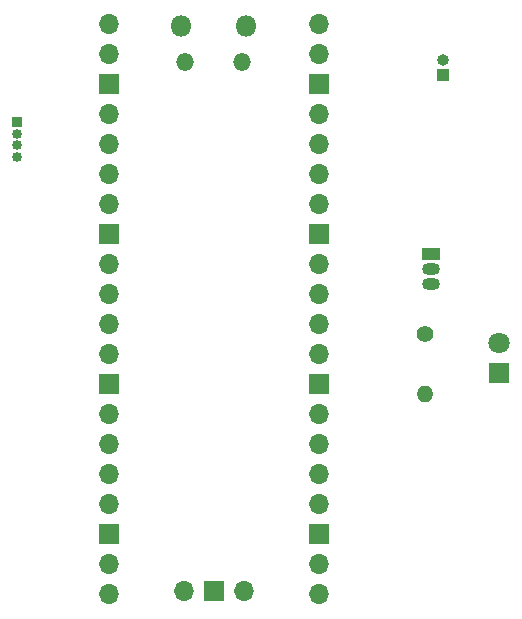
<source format=gbr>
%TF.GenerationSoftware,KiCad,Pcbnew,8.0.1*%
%TF.CreationDate,2024-03-30T13:38:22-03:00*%
%TF.ProjectId,Ponderada,506f6e64-6572-4616-9461-2e6b69636164,rev?*%
%TF.SameCoordinates,Original*%
%TF.FileFunction,Soldermask,Bot*%
%TF.FilePolarity,Negative*%
%FSLAX46Y46*%
G04 Gerber Fmt 4.6, Leading zero omitted, Abs format (unit mm)*
G04 Created by KiCad (PCBNEW 8.0.1) date 2024-03-30 13:38:22*
%MOMM*%
%LPD*%
G01*
G04 APERTURE LIST*
%ADD10O,1.700000X1.700000*%
%ADD11R,1.700000X1.700000*%
%ADD12O,1.800000X1.800000*%
%ADD13O,1.500000X1.500000*%
%ADD14C,1.400000*%
%ADD15O,1.400000X1.400000*%
%ADD16R,1.500000X1.050000*%
%ADD17O,1.500000X1.050000*%
%ADD18R,0.850000X0.850000*%
%ADD19O,0.850000X0.850000*%
%ADD20R,1.000000X1.000000*%
%ADD21O,1.000000X1.000000*%
%ADD22R,1.800000X1.800000*%
%ADD23C,1.800000*%
G04 APERTURE END LIST*
D10*
%TO.C,U1*%
X97650000Y-101270000D03*
D11*
X95110000Y-101270000D03*
D10*
X92570000Y-101270000D03*
X104000000Y-53240000D03*
X104000000Y-55780000D03*
D11*
X104000000Y-58320000D03*
D10*
X104000000Y-60860000D03*
X104000000Y-63400000D03*
X104000000Y-65940000D03*
X104000000Y-68480000D03*
D11*
X104000000Y-71020000D03*
D10*
X104000000Y-73560000D03*
X104000000Y-76100000D03*
X104000000Y-78640000D03*
X104000000Y-81180000D03*
D11*
X104000000Y-83720000D03*
D10*
X104000000Y-86260000D03*
X104000000Y-88800000D03*
X104000000Y-91340000D03*
X104000000Y-93880000D03*
D11*
X104000000Y-96420000D03*
D10*
X104000000Y-98960000D03*
X104000000Y-101500000D03*
X86220000Y-101500000D03*
X86220000Y-98960000D03*
D11*
X86220000Y-96420000D03*
D10*
X86220000Y-93880000D03*
X86220000Y-91340000D03*
X86220000Y-88800000D03*
X86220000Y-86260000D03*
D11*
X86220000Y-83720000D03*
D10*
X86220000Y-81180000D03*
X86220000Y-78640000D03*
X86220000Y-76100000D03*
X86220000Y-73560000D03*
D11*
X86220000Y-71020000D03*
D10*
X86220000Y-68480000D03*
X86220000Y-65940000D03*
X86220000Y-63400000D03*
X86220000Y-60860000D03*
D11*
X86220000Y-58320000D03*
D10*
X86220000Y-55780000D03*
X86220000Y-53240000D03*
D12*
X97835000Y-53370000D03*
D13*
X97535000Y-56400000D03*
X92685000Y-56400000D03*
D12*
X92385000Y-53370000D03*
%TD*%
D14*
%TO.C,R1*%
X113000000Y-79460000D03*
D15*
X113000000Y-84540000D03*
%TD*%
D16*
%TO.C,Q1*%
X113500000Y-72730000D03*
D17*
X113500000Y-74000000D03*
X113500000Y-75270000D03*
%TD*%
D18*
%TO.C,J3*%
X78500000Y-61500000D03*
D19*
X78500000Y-62500000D03*
X78500000Y-63500000D03*
X78500000Y-64500000D03*
%TD*%
D20*
%TO.C,J2*%
X114500000Y-57500000D03*
D21*
X114500000Y-56230000D03*
%TD*%
D22*
%TO.C,D1*%
X119265000Y-82770000D03*
D23*
X119265000Y-80230000D03*
%TD*%
M02*

</source>
